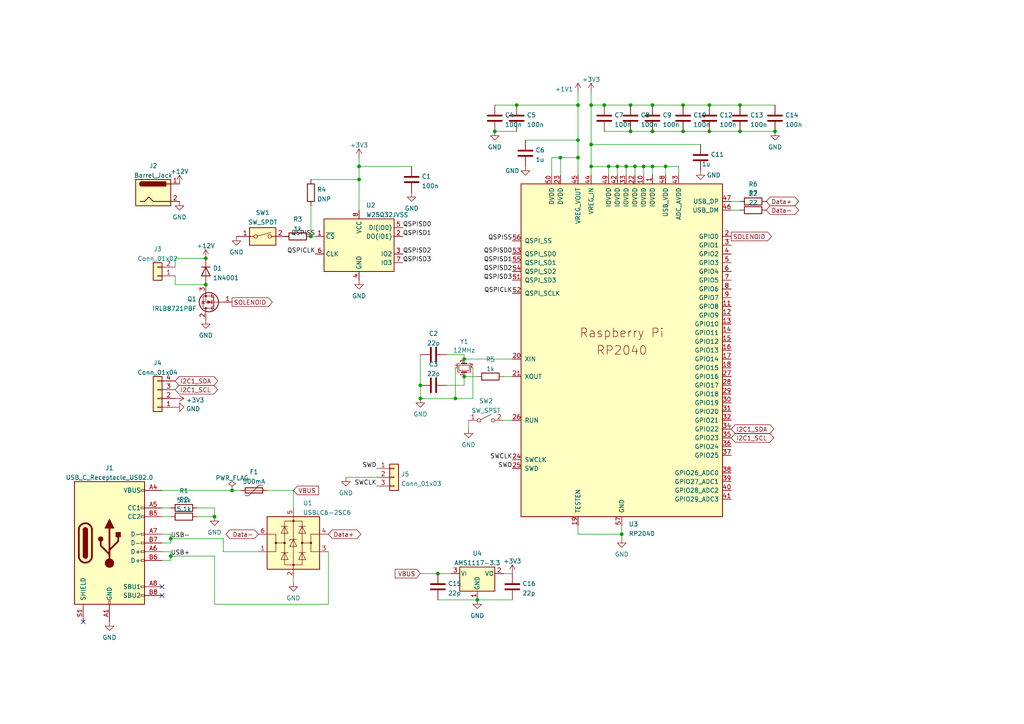
<source format=kicad_sch>
(kicad_sch (version 20211123) (generator eeschema)
  (paper "A4")
  (lib_symbols
    (symbol "Connector:Barrel_Jack" (pin_names (offset 1.016))
      (property "Reference" "J" (at 0 5.334 0))
      (property "Value" "Barrel_Jack" (at 0 -5.08 0))
      (symbol "Barrel_Jack_0_1"
        (rectangle (start -5.08 3.81) (end 5.08 -3.81) (stroke (width 0.254)) (fill (type background)))
        (arc (start -3.302 3.175) (mid -3.937 2.54) (end -3.302 1.905) (stroke (width 0.254)))
        (arc (start -3.302 3.175) (mid -3.937 2.54) (end -3.302 1.905) (stroke (width 0.254)) (fill (type outline)))
        (polyline (pts (xy 5.08 2.54) (xy 3.81 2.54)) (stroke (width 0.254)))
        (polyline (pts (xy -3.81 -2.54) (xy -2.54 -2.54) (xy -1.27 -1.27) (xy 0 -2.54) (xy 2.54 -2.54) (xy 5.08 -2.54)) (stroke (width 0.254)))
        (rectangle (start 3.683 3.175) (end -3.302 1.905) (stroke (width 0.254)) (fill (type outline)))
      )
      (symbol "Barrel_Jack_1_1"
        (pin passive line (at 7.62 2.54 180) (length 2.54) (name "~") (number "1"))
        (pin passive line (at 7.62 -2.54 180) (length 2.54) (name "~") (number "2"))
      )
    )
    (symbol "Connector:USB_C_Receptacle_USB2.0" (pin_names (offset 1.016))
      (property "Reference" "J" (at -10.16 19.05 0))
      (property "Value" "USB_C_Receptacle_USB2.0" (at 19.05 19.05 0))
      (symbol "USB_C_Receptacle_USB2.0_0_0"
        (rectangle (start -0.254 -17.78) (end 0.254 -16.764))
        (rectangle (start 10.16 -14.986) (end 9.144 -15.494))
        (rectangle (start 10.16 -12.446) (end 9.144 -12.954))
        (rectangle (start 10.16 -4.826) (end 9.144 -5.334))
        (rectangle (start 10.16 -2.286) (end 9.144 -2.794))
        (rectangle (start 10.16 0.254) (end 9.144 -0.254))
        (rectangle (start 10.16 2.794) (end 9.144 2.286))
        (rectangle (start 10.16 7.874) (end 9.144 7.366))
        (rectangle (start 10.16 10.414) (end 9.144 9.906))
        (rectangle (start 10.16 15.494) (end 9.144 14.986))
      )
      (symbol "USB_C_Receptacle_USB2.0_0_1"
        (rectangle (start -10.16 17.78) (end 10.16 -17.78) (stroke (width 0.254)) (fill (type background)))
        (arc (start -8.89 -3.81) (mid -6.985 -5.715) (end -5.08 -3.81) (stroke (width 0.508)))
        (arc (start -7.62 -3.81) (mid -6.985 -4.445) (end -6.35 -3.81) (stroke (width 0.254)))
        (arc (start -7.62 -3.81) (mid -6.985 -4.445) (end -6.35 -3.81) (stroke (width 0.254)) (fill (type outline)))
        (rectangle (start -7.62 -3.81) (end -6.35 3.81) (stroke (width 0.254)) (fill (type outline)))
        (arc (start -6.35 3.81) (mid -6.985 4.445) (end -7.62 3.81) (stroke (width 0.254)))
        (arc (start -6.35 3.81) (mid -6.985 4.445) (end -7.62 3.81) (stroke (width 0.254)) (fill (type outline)))
        (arc (start -5.08 3.81) (mid -6.985 5.715) (end -8.89 3.81) (stroke (width 0.508)))
        (circle (center -2.54 1.143) (radius 0.635) (stroke (width 0.254)) (fill (type outline)))
        (circle (center 0 -5.842) (radius 1.27) (fill (type outline)))
        (polyline (pts (xy -8.89 -3.81) (xy -8.89 3.81)) (stroke (width 0.508)))
        (polyline (pts (xy -5.08 3.81) (xy -5.08 -3.81)) (stroke (width 0.508)))
        (polyline (pts (xy 0 -5.842) (xy 0 4.318)) (stroke (width 0.508)))
        (polyline (pts (xy 0 -3.302) (xy -2.54 -0.762) (xy -2.54 0.508)) (stroke (width 0.508)))
        (polyline (pts (xy 0 -2.032) (xy 2.54 0.508) (xy 2.54 1.778)) (stroke (width 0.508)))
        (polyline (pts (xy -1.27 4.318) (xy 0 6.858) (xy 1.27 4.318) (xy -1.27 4.318)) (stroke (width 0.254)) (fill (type outline)))
        (rectangle (start 1.905 1.778) (end 3.175 3.048) (stroke (width 0.254)) (fill (type outline)))
      )
      (symbol "USB_C_Receptacle_USB2.0_1_1"
        (pin passive line (at 0 -22.86 90) (length 5.08) (name "GND") (number "A1"))
        (pin passive line (at 0 -22.86 90) (length 5.08) hide (name "GND") (number "A12"))
        (pin passive line (at 15.24 15.24 180) (length 5.08) (name "VBUS") (number "A4"))
        (pin bidirectional line (at 15.24 10.16 180) (length 5.08) (name "CC1") (number "A5"))
        (pin bidirectional line (at 15.24 -2.54 180) (length 5.08) (name "D+") (number "A6"))
        (pin bidirectional line (at 15.24 2.54 180) (length 5.08) (name "D-") (number "A7"))
        (pin bidirectional line (at 15.24 -12.7 180) (length 5.08) (name "SBU1") (number "A8"))
        (pin passive line (at 15.24 15.24 180) (length 5.08) hide (name "VBUS") (number "A9"))
        (pin passive line (at 0 -22.86 90) (length 5.08) hide (name "GND") (number "B1"))
        (pin passive line (at 0 -22.86 90) (length 5.08) hide (name "GND") (number "B12"))
        (pin passive line (at 15.24 15.24 180) (length 5.08) hide (name "VBUS") (number "B4"))
        (pin bidirectional line (at 15.24 7.62 180) (length 5.08) (name "CC2") (number "B5"))
        (pin bidirectional line (at 15.24 -5.08 180) (length 5.08) (name "D+") (number "B6"))
        (pin bidirectional line (at 15.24 0 180) (length 5.08) (name "D-") (number "B7"))
        (pin bidirectional line (at 15.24 -15.24 180) (length 5.08) (name "SBU2") (number "B8"))
        (pin passive line (at 15.24 15.24 180) (length 5.08) hide (name "VBUS") (number "B9"))
        (pin passive line (at -7.62 -22.86 90) (length 5.08) (name "SHIELD") (number "S1"))
      )
    )
    (symbol "Connector_Generic:Conn_01x02" (pin_names (offset 1.016) hide)
      (property "Reference" "J" (at 0 2.54 0))
      (property "Value" "Conn_01x02" (at 0 -5.08 0))
      (symbol "Conn_01x02_1_1"
        (rectangle (start -1.27 -2.413) (end 0 -2.667) (stroke (width 0.1524)))
        (rectangle (start -1.27 0.127) (end 0 -0.127) (stroke (width 0.1524)))
        (rectangle (start -1.27 1.27) (end 1.27 -3.81) (stroke (width 0.254)) (fill (type background)))
        (pin passive line (at -5.08 0 0) (length 3.81) (name "Pin_1") (number "1"))
        (pin passive line (at -5.08 -2.54 0) (length 3.81) (name "Pin_2") (number "2"))
      )
    )
    (symbol "Connector_Generic:Conn_01x03" (pin_names (offset 1.016) hide)
      (property "Reference" "J" (at 0 5.08 0))
      (property "Value" "Conn_01x03" (at 0 -5.08 0))
      (symbol "Conn_01x03_1_1"
        (rectangle (start -1.27 -2.413) (end 0 -2.667) (stroke (width 0.1524)))
        (rectangle (start -1.27 0.127) (end 0 -0.127) (stroke (width 0.1524)))
        (rectangle (start -1.27 2.667) (end 0 2.413) (stroke (width 0.1524)))
        (rectangle (start -1.27 3.81) (end 1.27 -3.81) (stroke (width 0.254)) (fill (type background)))
        (pin passive line (at -5.08 2.54 0) (length 3.81) (name "Pin_1") (number "1"))
        (pin passive line (at -5.08 0 0) (length 3.81) (name "Pin_2") (number "2"))
        (pin passive line (at -5.08 -2.54 0) (length 3.81) (name "Pin_3") (number "3"))
      )
    )
    (symbol "Connector_Generic:Conn_01x04" (pin_names (offset 1.016) hide)
      (property "Reference" "J" (at 0 5.08 0))
      (property "Value" "Conn_01x04" (at 0 -7.62 0))
      (symbol "Conn_01x04_1_1"
        (rectangle (start -1.27 -4.953) (end 0 -5.207) (stroke (width 0.1524)))
        (rectangle (start -1.27 -2.413) (end 0 -2.667) (stroke (width 0.1524)))
        (rectangle (start -1.27 0.127) (end 0 -0.127) (stroke (width 0.1524)))
        (rectangle (start -1.27 2.667) (end 0 2.413) (stroke (width 0.1524)))
        (rectangle (start -1.27 3.81) (end 1.27 -6.35) (stroke (width 0.254)) (fill (type background)))
        (pin passive line (at -5.08 2.54 0) (length 3.81) (name "Pin_1") (number "1"))
        (pin passive line (at -5.08 0 0) (length 3.81) (name "Pin_2") (number "2"))
        (pin passive line (at -5.08 -2.54 0) (length 3.81) (name "Pin_3") (number "3"))
        (pin passive line (at -5.08 -5.08 0) (length 3.81) (name "Pin_4") (number "4"))
      )
    )
    (symbol "Device:C" (pin_numbers hide) (pin_names (offset 0.254))
      (property "Reference" "C" (at 0.635 2.54 0))
      (property "Value" "C" (at 0.635 -2.54 0))
      (symbol "C_0_1"
        (polyline (pts (xy -2.032 -0.762) (xy 2.032 -0.762)) (stroke (width 0.508)))
        (polyline (pts (xy -2.032 0.762) (xy 2.032 0.762)) (stroke (width 0.508)))
      )
      (symbol "C_1_1"
        (pin passive line (at 0 3.81 270) (length 2.794) (name "~") (number "1"))
        (pin passive line (at 0 -3.81 90) (length 2.794) (name "~") (number "2"))
      )
    )
    (symbol "Device:Crystal_GND24_Small" (pin_names (offset 1.016) hide)
      (property "Reference" "Y" (at 1.27 4.445 0))
      (property "Value" "Crystal_GND24_Small" (at 1.27 2.54 0))
      (symbol "Crystal_GND24_Small_0_1"
        (rectangle (start -0.762 -1.524) (end 0.762 1.524))
        (polyline (pts (xy -1.27 -0.762) (xy -1.27 0.762)) (stroke (width 0.381)))
        (polyline (pts (xy 1.27 -0.762) (xy 1.27 0.762)) (stroke (width 0.381)))
        (polyline (pts (xy -1.27 -1.27) (xy -1.27 -1.905) (xy 1.27 -1.905) (xy 1.27 -1.27)))
        (polyline (pts (xy -1.27 1.27) (xy -1.27 1.905) (xy 1.27 1.905) (xy 1.27 1.27)))
      )
      (symbol "Crystal_GND24_Small_1_1"
        (pin passive line (at -2.54 0 0) (length 1.27) (name "1") (number "1"))
        (pin passive line (at 0 -2.54 90) (length 0.635) (name "2") (number "2"))
        (pin passive line (at 2.54 0 180) (length 1.27) (name "3") (number "3"))
        (pin passive line (at 0 2.54 270) (length 0.635) (name "4") (number "4"))
      )
    )
    (symbol "Device:Polyfuse" (pin_numbers hide) (pin_names (offset 0))
      (property "Reference" "F" (at -2.54 0 90))
      (property "Value" "Polyfuse" (at 2.54 0 90))
      (symbol "Polyfuse_0_1"
        (rectangle (start -0.762 2.54) (end 0.762 -2.54) (stroke (width 0.254)))
        (polyline (pts (xy 0 2.54) (xy 0 -2.54)))
        (polyline (pts (xy -1.524 2.54) (xy -1.524 1.524) (xy 1.524 -1.524) (xy 1.524 -2.54)))
      )
      (symbol "Polyfuse_1_1"
        (pin passive line (at 0 3.81 270) (length 1.27) (name "~") (number "1"))
        (pin passive line (at 0 -3.81 90) (length 1.27) (name "~") (number "2"))
      )
    )
    (symbol "Device:R" (pin_numbers hide) (pin_names (offset 0))
      (property "Reference" "R" (at 2.032 0 90))
      (property "Value" "R" (at 0 0 90))
      (symbol "R_0_1"
        (rectangle (start -1.016 -2.54) (end 1.016 2.54) (stroke (width 0.254)))
      )
      (symbol "R_1_1"
        (pin passive line (at 0 3.81 270) (length 1.27) (name "~") (number "1"))
        (pin passive line (at 0 -3.81 90) (length 1.27) (name "~") (number "2"))
      )
    )
    (symbol "Diode:1N4001" (pin_numbers hide) (pin_names (offset 1.016) hide)
      (property "Reference" "D" (at 0 2.54 0))
      (property "Value" "1N4001" (at 0 -2.54 0))
      (symbol "1N4001_0_1"
        (polyline (pts (xy -1.27 1.27) (xy -1.27 -1.27)) (stroke (width 0.254)))
        (polyline (pts (xy 1.27 0) (xy -1.27 0)))
        (polyline (pts (xy 1.27 1.27) (xy 1.27 -1.27) (xy -1.27 0) (xy 1.27 1.27)) (stroke (width 0.254)))
      )
      (symbol "1N4001_1_1"
        (pin passive line (at -3.81 0 0) (length 2.54) (name "K") (number "1"))
        (pin passive line (at 3.81 0 180) (length 2.54) (name "A") (number "2"))
      )
    )
    (symbol "Memory_Flash:W25Q32JVSS"
      (property "Reference" "U" (at -8.89 8.89 0))
      (property "Value" "W25Q32JVSS" (at 7.62 8.89 0))
      (symbol "W25Q32JVSS_0_1"
        (rectangle (start -10.16 7.62) (end 10.16 -7.62) (stroke (width 0.254)) (fill (type background)))
      )
      (symbol "W25Q32JVSS_1_1"
        (pin input line (at -12.7 2.54 0) (length 2.54) (name "~{CS}") (number "1"))
        (pin bidirectional line (at 12.7 2.54 180) (length 2.54) (name "DO(IO1)") (number "2"))
        (pin bidirectional line (at 12.7 -2.54 180) (length 2.54) (name "IO2") (number "3"))
        (pin power_in line (at 0 -10.16 90) (length 2.54) (name "GND") (number "4"))
        (pin bidirectional line (at 12.7 5.08 180) (length 2.54) (name "DI(IO0)") (number "5"))
        (pin input line (at -12.7 -2.54 0) (length 2.54) (name "CLK") (number "6"))
        (pin bidirectional line (at 12.7 -5.08 180) (length 2.54) (name "IO3") (number "7"))
        (pin power_in line (at 0 10.16 270) (length 2.54) (name "VCC") (number "8"))
      )
    )
    (symbol "Power_Protection:USBLC6-2SC6" (pin_names hide)
      (property "Reference" "U" (at 2.54 8.89 0))
      (property "Value" "USBLC6-2SC6" (at 2.54 -8.89 0))
      (symbol "USBLC6-2SC6_0_1"
        (rectangle (start -7.62 -7.62) (end 7.62 7.62) (stroke (width 0.254)) (fill (type background)))
        (circle (center -5.08 0) (radius 0.254) (fill (type outline)))
        (circle (center -2.54 0) (radius 0.254) (fill (type outline)))
        (rectangle (start -2.54 6.35) (end 2.54 -6.35))
        (circle (center 0 -6.35) (radius 0.254) (fill (type outline)))
        (polyline (pts (xy -5.08 -2.54) (xy -7.62 -2.54)))
        (polyline (pts (xy -5.08 0) (xy -5.08 -2.54)))
        (polyline (pts (xy -5.08 2.54) (xy -7.62 2.54)))
        (polyline (pts (xy -1.524 -2.794) (xy -3.556 -2.794)))
        (polyline (pts (xy -1.524 4.826) (xy -3.556 4.826)))
        (polyline (pts (xy 0 -7.62) (xy 0 -6.35)))
        (polyline (pts (xy 0 -6.35) (xy 0 1.27)))
        (polyline (pts (xy 0 1.27) (xy 0 6.35)))
        (polyline (pts (xy 0 6.35) (xy 0 7.62)))
        (polyline (pts (xy 1.524 -2.794) (xy 3.556 -2.794)))
        (polyline (pts (xy 1.524 4.826) (xy 3.556 4.826)))
        (polyline (pts (xy 5.08 -2.54) (xy 7.62 -2.54)))
        (polyline (pts (xy 5.08 0) (xy 5.08 -2.54)))
        (polyline (pts (xy 5.08 2.54) (xy 7.62 2.54)))
        (polyline (pts (xy -2.54 0) (xy -5.08 0) (xy -5.08 2.54)))
        (polyline (pts (xy 2.54 0) (xy 5.08 0) (xy 5.08 2.54)))
        (polyline (pts (xy -3.556 -4.826) (xy -1.524 -4.826) (xy -2.54 -2.794) (xy -3.556 -4.826)))
        (polyline (pts (xy -3.556 2.794) (xy -1.524 2.794) (xy -2.54 4.826) (xy -3.556 2.794)))
        (polyline (pts (xy -1.016 -1.016) (xy 1.016 -1.016) (xy 0 1.016) (xy -1.016 -1.016)))
        (polyline (pts (xy 1.016 1.016) (xy 0.762 1.016) (xy -1.016 1.016) (xy -1.016 0.508)))
        (polyline (pts (xy 3.556 -4.826) (xy 1.524 -4.826) (xy 2.54 -2.794) (xy 3.556 -4.826)))
        (polyline (pts (xy 3.556 2.794) (xy 1.524 2.794) (xy 2.54 4.826) (xy 3.556 2.794)))
        (circle (center 0 6.35) (radius 0.254) (fill (type outline)))
        (circle (center 2.54 0) (radius 0.254) (fill (type outline)))
        (circle (center 5.08 0) (radius 0.254) (fill (type outline)))
      )
      (symbol "USBLC6-2SC6_1_1"
        (pin passive line (at -10.16 -2.54 0) (length 2.54) (name "I/O1") (number "1"))
        (pin passive line (at 0 -10.16 90) (length 2.54) (name "GND") (number "2"))
        (pin passive line (at 10.16 -2.54 180) (length 2.54) (name "I/O2") (number "3"))
        (pin passive line (at 10.16 2.54 180) (length 2.54) (name "I/O2") (number "4"))
        (pin passive line (at 0 10.16 270) (length 2.54) (name "VBUS") (number "5"))
        (pin passive line (at -10.16 2.54 0) (length 2.54) (name "I/O1") (number "6"))
      )
    )
    (symbol "RP2040:RP2040" (pin_names (offset 1.016))
      (property "Reference" "U" (at -29.21 49.53 0))
      (property "Value" "RP2040" (at 24.13 -49.53 0))
      (symbol "RP2040_0_0"
        (text "Raspberry Pi" (at 0 5.08 0) (effects (font (size 2.54 2.54))))
        (text "RP2040" (at 0 0 0) (effects (font (size 2.54 2.54))))
      )
      (symbol "RP2040_0_1"
        (rectangle (start 29.21 48.26) (end -29.21 -48.26) (stroke (width 0.254)) (fill (type background)))
      )
      (symbol "RP2040_1_1"
        (pin power_in line (at 8.89 50.8 270) (length 2.54) (name "IOVDD") (number "1"))
        (pin power_in line (at 6.35 50.8 270) (length 2.54) (name "IOVDD") (number "10"))
        (pin bidirectional line (at 31.75 12.7 180) (length 2.54) (name "GPIO8") (number "11"))
        (pin bidirectional line (at 31.75 10.16 180) (length 2.54) (name "GPIO9") (number "12"))
        (pin bidirectional line (at 31.75 7.62 180) (length 2.54) (name "GPIO10") (number "13"))
        (pin bidirectional line (at 31.75 5.08 180) (length 2.54) (name "GPIO11") (number "14"))
        (pin bidirectional line (at 31.75 2.54 180) (length 2.54) (name "GPIO12") (number "15"))
        (pin bidirectional line (at 31.75 0 180) (length 2.54) (name "GPIO13") (number "16"))
        (pin bidirectional line (at 31.75 -2.54 180) (length 2.54) (name "GPIO14") (number "17"))
        (pin bidirectional line (at 31.75 -5.08 180) (length 2.54) (name "GPIO15") (number "18"))
        (pin passive line (at -12.7 -50.8 90) (length 2.54) (name "TESTEN") (number "19"))
        (pin bidirectional line (at 31.75 33.02 180) (length 2.54) (name "GPIO0") (number "2"))
        (pin input line (at -31.75 -2.54 0) (length 2.54) (name "XIN") (number "20"))
        (pin passive line (at -31.75 -7.62 0) (length 2.54) (name "XOUT") (number "21"))
        (pin power_in line (at 3.81 50.8 270) (length 2.54) (name "IOVDD") (number "22"))
        (pin power_in line (at -17.78 50.8 270) (length 2.54) (name "DVDD") (number "23"))
        (pin output line (at -31.75 -31.75 0) (length 2.54) (name "SWCLK") (number "24"))
        (pin bidirectional line (at -31.75 -34.29 0) (length 2.54) (name "SWD") (number "25"))
        (pin input line (at -31.75 -20.32 0) (length 2.54) (name "RUN") (number "26"))
        (pin bidirectional line (at 31.75 -7.62 180) (length 2.54) (name "GPIO16") (number "27"))
        (pin bidirectional line (at 31.75 -10.16 180) (length 2.54) (name "GPIO17") (number "28"))
        (pin bidirectional line (at 31.75 -12.7 180) (length 2.54) (name "GPIO18") (number "29"))
        (pin bidirectional line (at 31.75 30.48 180) (length 2.54) (name "GPIO1") (number "3"))
        (pin bidirectional line (at 31.75 -15.24 180) (length 2.54) (name "GPIO19") (number "30"))
        (pin bidirectional line (at 31.75 -17.78 180) (length 2.54) (name "GPIO20") (number "31"))
        (pin bidirectional line (at 31.75 -20.32 180) (length 2.54) (name "GPIO21") (number "32"))
        (pin power_in line (at 1.27 50.8 270) (length 2.54) (name "IOVDD") (number "33"))
        (pin bidirectional line (at 31.75 -22.86 180) (length 2.54) (name "GPIO22") (number "34"))
        (pin bidirectional line (at 31.75 -25.4 180) (length 2.54) (name "GPIO23") (number "35"))
        (pin bidirectional line (at 31.75 -27.94 180) (length 2.54) (name "GPIO24") (number "36"))
        (pin bidirectional line (at 31.75 -30.48 180) (length 2.54) (name "GPIO25") (number "37"))
        (pin bidirectional line (at 31.75 -35.56 180) (length 2.54) (name "GPIO26_ADC0") (number "38"))
        (pin bidirectional line (at 31.75 -38.1 180) (length 2.54) (name "GPIO27_ADC1") (number "39"))
        (pin bidirectional line (at 31.75 27.94 180) (length 2.54) (name "GPIO2") (number "4"))
        (pin bidirectional line (at 31.75 -40.64 180) (length 2.54) (name "GPIO28_ADC2") (number "40"))
        (pin bidirectional line (at 31.75 -43.18 180) (length 2.54) (name "GPIO29_ADC3") (number "41"))
        (pin power_in line (at -1.27 50.8 270) (length 2.54) (name "IOVDD") (number "42"))
        (pin power_in line (at 16.51 50.8 270) (length 2.54) (name "ADC_AVDD") (number "43"))
        (pin power_in line (at -8.89 50.8 270) (length 2.54) (name "VREG_IN") (number "44"))
        (pin power_out line (at -12.7 50.8 270) (length 2.54) (name "VREG_VOUT") (number "45"))
        (pin bidirectional line (at 31.75 40.64 180) (length 2.54) (name "USB_DM") (number "46"))
        (pin bidirectional line (at 31.75 43.18 180) (length 2.54) (name "USB_DP") (number "47"))
        (pin power_in line (at 12.7 50.8 270) (length 2.54) (name "USB_VDD") (number "48"))
        (pin power_in line (at -3.81 50.8 270) (length 2.54) (name "IOVDD") (number "49"))
        (pin bidirectional line (at 31.75 25.4 180) (length 2.54) (name "GPIO3") (number "5"))
        (pin power_in line (at -20.32 50.8 270) (length 2.54) (name "DVDD") (number "50"))
        (pin bidirectional line (at -31.75 20.32 0) (length 2.54) (name "QSPI_SD3") (number "51"))
        (pin output line (at -31.75 16.51 0) (length 2.54) (name "QSPI_SCLK") (number "52"))
        (pin bidirectional line (at -31.75 27.94 0) (length 2.54) (name "QSPI_SD0") (number "53"))
        (pin bidirectional line (at -31.75 22.86 0) (length 2.54) (name "QSPI_SD2") (number "54"))
        (pin bidirectional line (at -31.75 25.4 0) (length 2.54) (name "QSPI_SD1") (number "55"))
        (pin bidirectional line (at -31.75 31.75 0) (length 2.54) (name "QSPI_SS") (number "56"))
        (pin power_in line (at 0 -50.8 90) (length 2.54) (name "GND") (number "57"))
        (pin bidirectional line (at 31.75 22.86 180) (length 2.54) (name "GPIO4") (number "6"))
        (pin bidirectional line (at 31.75 20.32 180) (length 2.54) (name "GPIO5") (number "7"))
        (pin bidirectional line (at 31.75 17.78 180) (length 2.54) (name "GPIO6") (number "8"))
        (pin bidirectional line (at 31.75 15.24 180) (length 2.54) (name "GPIO7") (number "9"))
      )
    )
    (symbol "Regulator_Linear:AMS1117-3.3" (pin_names (offset 0.254))
      (property "Reference" "U" (at -3.81 3.175 0))
      (property "Value" "AMS1117-3.3" (at 0 3.175 0))
      (symbol "AMS1117-3.3_0_1"
        (rectangle (start -5.08 -5.08) (end 5.08 1.905) (stroke (width 0.254)) (fill (type background)))
      )
      (symbol "AMS1117-3.3_1_1"
        (pin power_in line (at 0 -7.62 90) (length 2.54) (name "GND") (number "1"))
        (pin power_out line (at 7.62 0 180) (length 2.54) (name "VO") (number "2"))
        (pin power_in line (at -7.62 0 0) (length 2.54) (name "VI") (number "3"))
      )
    )
    (symbol "Switch:SW_DIP_x01" (pin_names (offset 0) hide)
      (property "Reference" "SW" (at 0 3.81 0))
      (property "Value" "SW_DIP_x01" (at 0 -3.81 0))
      (symbol "SW_DIP_x01_0_0"
        (circle (center -2.032 0) (radius 0.508))
        (polyline (pts (xy -1.524 0.127) (xy 2.3622 1.1684)))
        (circle (center 2.032 0) (radius 0.508))
      )
      (symbol "SW_DIP_x01_0_1"
        (rectangle (start -3.81 2.54) (end 3.81 -2.54) (stroke (width 0.254)) (fill (type background)))
      )
      (symbol "SW_DIP_x01_1_1"
        (pin passive line (at -7.62 0 0) (length 5.08) (name "~") (number "1"))
        (pin passive line (at 7.62 0 180) (length 5.08) (name "~") (number "2"))
      )
    )
    (symbol "Switch:SW_SPST" (pin_names (offset 0) hide)
      (property "Reference" "SW" (at 0 3.175 0))
      (property "Value" "SW_SPST" (at 0 -2.54 0))
      (symbol "SW_SPST_0_0"
        (circle (center -2.032 0) (radius 0.508))
        (polyline (pts (xy -1.524 0.254) (xy 1.524 1.778)))
        (circle (center 2.032 0) (radius 0.508))
      )
      (symbol "SW_SPST_1_1"
        (pin passive line (at -5.08 0 0) (length 2.54) (name "A") (number "1"))
        (pin passive line (at 5.08 0 180) (length 2.54) (name "B") (number "2"))
      )
    )
    (symbol "Transistor_FET:IRLB8721PBF" (pin_names hide)
      (property "Reference" "Q" (at 6.35 1.905 0))
      (property "Value" "IRLB8721PBF" (at 6.35 0 0))
      (symbol "IRLB8721PBF_0_1"
        (polyline (pts (xy 0.254 0) (xy -2.54 0)))
        (polyline (pts (xy 0.254 1.905) (xy 0.254 -1.905)) (stroke (width 0.254)))
        (polyline (pts (xy 0.762 -1.27) (xy 0.762 -2.286)) (stroke (width 0.254)))
        (polyline (pts (xy 0.762 0.508) (xy 0.762 -0.508)) (stroke (width 0.254)))
        (polyline (pts (xy 0.762 2.286) (xy 0.762 1.27)) (stroke (width 0.254)))
        (polyline (pts (xy 2.54 2.54) (xy 2.54 1.778)))
        (polyline (pts (xy 2.54 -2.54) (xy 2.54 0) (xy 0.762 0)))
        (polyline (pts (xy 0.762 -1.778) (xy 3.302 -1.778) (xy 3.302 1.778) (xy 0.762 1.778)))
        (polyline (pts (xy 1.016 0) (xy 2.032 0.381) (xy 2.032 -0.381) (xy 1.016 0)) (fill (type outline)))
        (polyline (pts (xy 2.794 0.508) (xy 2.921 0.381) (xy 3.683 0.381) (xy 3.81 0.254)))
        (polyline (pts (xy 3.302 0.381) (xy 2.921 -0.254) (xy 3.683 -0.254) (xy 3.302 0.381)))
        (circle (center 1.651 0) (radius 2.794) (stroke (width 0.254)))
        (circle (center 2.54 -1.778) (radius 0.254) (fill (type outline)))
        (circle (center 2.54 1.778) (radius 0.254) (fill (type outline)))
      )
      (symbol "IRLB8721PBF_1_1"
        (pin input line (at -5.08 0 0) (length 2.54) (name "G") (number "1"))
        (pin passive line (at 2.54 5.08 270) (length 2.54) (name "D") (number "2"))
        (pin passive line (at 2.54 -5.08 90) (length 2.54) (name "S") (number "3"))
      )
    )
    (symbol "power:+12V" (power) (pin_names (offset 0))
      (property "Value" "+12V" (at 0 3.556 0))
      (symbol "+12V_0_1"
        (polyline (pts (xy -0.762 1.27) (xy 0 2.54)))
        (polyline (pts (xy 0 0) (xy 0 2.54)))
        (polyline (pts (xy 0 2.54) (xy 0.762 1.27)))
      )
      (symbol "+12V_1_1"
        (pin power_in line (at 0 0 90) (length 0) hide (name "+12V") (number "1"))
      )
    )
    (symbol "power:+1V1" (power) (pin_names (offset 0))
      (property "Value" "+1V1" (at 0 3.556 0))
      (symbol "+1V1_0_1"
        (polyline (pts (xy -0.762 1.27) (xy 0 2.54)))
        (polyline (pts (xy 0 0) (xy 0 2.54)))
        (polyline (pts (xy 0 2.54) (xy 0.762 1.27)))
      )
      (symbol "+1V1_1_1"
        (pin power_in line (at 0 0 90) (length 0) hide (name "+1V1") (number "1"))
      )
    )
    (symbol "power:+3.3V" (power) (pin_names (offset 0))
      (property "Value" "+3.3V" (at 0 3.556 0))
      (symbol "+3.3V_0_1"
        (polyline (pts (xy -0.762 1.27) (xy 0 2.54)))
        (polyline (pts (xy 0 0) (xy 0 2.54)))
        (polyline (pts (xy 0 2.54) (xy 0.762 1.27)))
      )
      (symbol "+3.3V_1_1"
        (pin power_in line (at 0 0 90) (length 0) hide (name "+3V3") (number "1"))
      )
    )
    (symbol "power:GND" (power) (pin_names (offset 0))
      (property "Value" "GND" (at 0 -3.81 0))
      (symbol "GND_0_1"
        (polyline (pts (xy 0 0) (xy 0 -1.27) (xy 1.27 -1.27) (xy 0 -2.54) (xy -1.27 -1.27) (xy 0 -1.27)))
      )
      (symbol "GND_1_1"
        (pin power_in line (at 0 0 270) (length 0) hide (name "GND") (number "1"))
      )
    )
    (symbol "power:PWR_FLAG" (power) (pin_numbers hide) (pin_names (offset 0) hide)
      (property "Value" "PWR_FLAG" (at 0 3.81 0))
      (symbol "PWR_FLAG_0_0"
        (pin power_out line (at 0 0 90) (length 0) (name "pwr") (number "1"))
      )
      (symbol "PWR_FLAG_0_1"
        (polyline (pts (xy 0 0) (xy 0 1.27) (xy -1.016 1.905) (xy 0 2.54) (xy 1.016 1.905) (xy 0 1.27)))
      )
    )
  )
  (junction (at 143.51 38.1))
  (junction (at 189.23 48.26))
  (junction (at 171.45 30.48))
  (junction (at 67.31 142.24))
  (junction (at 134.62 109.22))
  (junction (at 121.92 115.57))
  (junction (at 189.23 30.48))
  (junction (at 175.26 30.48))
  (junction (at 181.61 48.26))
  (junction (at 224.79 38.1))
  (junction (at 127 166.37))
  (junction (at 134.62 104.14))
  (junction (at 59.69 74.93))
  (junction (at 182.88 38.1))
  (junction (at 193.04 48.26))
  (junction (at 176.53 48.26))
  (junction (at 171.45 41.91))
  (junction (at 167.64 30.48))
  (junction (at 104.14 52.07))
  (junction (at 179.07 48.26))
  (junction (at 184.15 48.26))
  (junction (at 167.64 40.64))
  (junction (at 205.74 38.1))
  (junction (at 189.23 38.1))
  (junction (at 186.69 48.26))
  (junction (at 214.63 38.1))
  (junction (at 205.74 30.48))
  (junction (at 59.69 82.55))
  (junction (at 104.14 48.26))
  (junction (at 121.92 111.76))
  (junction (at 162.56 45.72))
  (junction (at 167.64 45.72))
  (junction (at 214.63 30.48))
  (junction (at 198.12 30.48))
  (junction (at 180.34 154.94))
  (junction (at 90.17 68.58))
  (junction (at 171.45 48.26))
  (junction (at 49.53 156.21))
  (junction (at 198.12 38.1))
  (junction (at 132.08 115.57))
  (junction (at 49.53 161.29))
  (junction (at 138.43 173.99))
  (junction (at 62.23 149.86))
  (junction (at 149.86 30.48))
  (junction (at 182.88 30.48))
  (no_connect (at 46.99 170.18))
  (no_connect (at 46.99 172.72))
  (no_connect (at 24.13 180.34))
  (wire (pts (xy 212.09 60.96) (xy 214.63 60.96)))
  (wire (pts (xy 46.99 160.02) (xy 49.53 160.02)))
  (wire (pts (xy 59.69 74.93) (xy 50.8 74.93)))
  (wire (pts (xy 175.26 38.1) (xy 182.88 38.1)))
  (wire (pts (xy 189.23 30.48) (xy 198.12 30.48)))
  (wire (pts (xy 182.88 38.1) (xy 189.23 38.1)))
  (wire (pts (xy 85.09 142.24) (xy 85.09 147.32)))
  (wire (pts (xy 121.92 111.76) (xy 121.92 115.57)))
  (wire (pts (xy 184.15 48.26) (xy 184.15 50.8)))
  (wire (pts (xy 134.62 109.22) (xy 138.43 109.22)))
  (wire (pts (xy 132.08 106.68) (xy 132.08 115.57)))
  (wire (pts (xy 143.51 30.48) (xy 149.86 30.48)))
  (wire (pts (xy 46.99 142.24) (xy 67.31 142.24)))
  (wire (pts (xy 64.77 160.02) (xy 64.77 156.21)))
  (wire (pts (xy 149.86 30.48) (xy 167.64 30.48)))
  (wire (pts (xy 171.45 30.48) (xy 171.45 41.91)))
  (wire (pts (xy 57.15 147.32) (xy 62.23 147.32)))
  (wire (pts (xy 49.53 160.02) (xy 49.53 161.29)))
  (wire (pts (xy 132.08 115.57) (xy 121.92 115.57)))
  (wire (pts (xy 46.99 154.94) (xy 49.53 154.94)))
  (wire (pts (xy 137.16 115.57) (xy 132.08 115.57)))
  (wire (pts (xy 146.05 109.22) (xy 148.59 109.22)))
  (wire (pts (xy 67.31 142.24) (xy 69.85 142.24)))
  (wire (pts (xy 62.23 175.26) (xy 62.23 161.29)))
  (wire (pts (xy 49.53 156.21) (xy 49.53 157.48)))
  (wire (pts (xy 179.07 48.26) (xy 181.61 48.26)))
  (wire (pts (xy 146.05 121.92) (xy 148.59 121.92)))
  (wire (pts (xy 214.63 30.48) (xy 224.79 30.48)))
  (wire (pts (xy 100.33 138.43) (xy 109.22 138.43)))
  (wire (pts (xy 181.61 48.26) (xy 184.15 48.26)))
  (wire (pts (xy 121.92 102.87) (xy 121.92 111.76)))
  (wire (pts (xy 134.62 104.14) (xy 148.59 104.14)))
  (wire (pts (xy 143.51 38.1) (xy 149.86 38.1)))
  (wire (pts (xy 49.53 154.94) (xy 49.53 156.21)))
  (wire (pts (xy 184.15 48.26) (xy 186.69 48.26)))
  (wire (pts (xy 135.89 121.92) (xy 135.89 124.46)))
  (wire (pts (xy 186.69 48.26) (xy 186.69 50.8)))
  (wire (pts (xy 180.34 154.94) (xy 180.34 156.21)))
  (wire (pts (xy 182.88 30.48) (xy 189.23 30.48)))
  (wire (pts (xy 193.04 48.26) (xy 193.04 50.8)))
  (wire (pts (xy 162.56 45.72) (xy 162.56 50.8)))
  (wire (pts (xy 189.23 38.1) (xy 198.12 38.1)))
  (wire (pts (xy 62.23 161.29) (xy 49.53 161.29)))
  (wire (pts (xy 104.14 48.26) (xy 119.38 48.26)))
  (wire (pts (xy 162.56 45.72) (xy 167.64 45.72)))
  (wire (pts (xy 49.53 157.48) (xy 46.99 157.48)))
  (wire (pts (xy 127 173.99) (xy 138.43 173.99)))
  (wire (pts (xy 176.53 48.26) (xy 176.53 50.8)))
  (wire (pts (xy 127 166.37) (xy 130.81 166.37)))
  (wire (pts (xy 214.63 38.1) (xy 224.79 38.1)))
  (wire (pts (xy 167.64 40.64) (xy 167.64 45.72)))
  (wire (pts (xy 46.99 149.86) (xy 49.53 149.86)))
  (wire (pts (xy 205.74 30.48) (xy 214.63 30.48)))
  (wire (pts (xy 95.25 175.26) (xy 62.23 175.26)))
  (wire (pts (xy 49.53 161.29) (xy 49.53 162.56)))
  (wire (pts (xy 85.09 167.64) (xy 85.09 168.91)))
  (wire (pts (xy 196.85 50.8) (xy 196.85 48.26)))
  (wire (pts (xy 57.15 149.86) (xy 62.23 149.86)))
  (wire (pts (xy 90.17 52.07) (xy 104.14 52.07)))
  (wire (pts (xy 171.45 30.48) (xy 175.26 30.48)))
  (wire (pts (xy 198.12 38.1) (xy 205.74 38.1)))
  (wire (pts (xy 167.64 26.67) (xy 167.64 30.48)))
  (wire (pts (xy 46.99 147.32) (xy 49.53 147.32)))
  (wire (pts (xy 176.53 48.26) (xy 171.45 48.26)))
  (wire (pts (xy 121.92 166.37) (xy 127 166.37)))
  (wire (pts (xy 46.99 162.56) (xy 49.53 162.56)))
  (wire (pts (xy 146.05 166.37) (xy 148.59 166.37)))
  (wire (pts (xy 134.62 104.14) (xy 134.62 102.87)))
  (wire (pts (xy 171.45 48.26) (xy 171.45 50.8)))
  (wire (pts (xy 134.62 111.76) (xy 129.54 111.76)))
  (wire (pts (xy 186.69 48.26) (xy 189.23 48.26)))
  (wire (pts (xy 64.77 156.21) (xy 49.53 156.21)))
  (wire (pts (xy 167.64 152.4) (xy 167.64 154.94)))
  (wire (pts (xy 167.64 154.94) (xy 180.34 154.94)))
  (wire (pts (xy 171.45 26.67) (xy 171.45 30.48)))
  (wire (pts (xy 198.12 30.48) (xy 205.74 30.48)))
  (wire (pts (xy 152.4 40.64) (xy 167.64 40.64)))
  (wire (pts (xy 212.09 58.42) (xy 214.63 58.42)))
  (wire (pts (xy 50.8 82.55) (xy 59.69 82.55)))
  (wire (pts (xy 134.62 109.22) (xy 134.62 111.76)))
  (wire (pts (xy 134.62 102.87) (xy 129.54 102.87)))
  (wire (pts (xy 189.23 48.26) (xy 189.23 50.8)))
  (wire (pts (xy 104.14 45.72) (xy 104.14 48.26)))
  (wire (pts (xy 193.04 48.26) (xy 196.85 48.26)))
  (wire (pts (xy 167.64 30.48) (xy 167.64 40.64)))
  (wire (pts (xy 180.34 152.4) (xy 180.34 154.94)))
  (wire (pts (xy 90.17 68.58) (xy 91.44 68.58)))
  (wire (pts (xy 167.64 45.72) (xy 167.64 50.8)))
  (wire (pts (xy 62.23 147.32) (xy 62.23 149.86)))
  (wire (pts (xy 138.43 173.99) (xy 148.59 173.99)))
  (wire (pts (xy 50.8 80.01) (xy 50.8 82.55)))
  (wire (pts (xy 77.47 142.24) (xy 85.09 142.24)))
  (wire (pts (xy 83.82 68.58) (xy 82.55 68.58)))
  (wire (pts (xy 160.02 50.8) (xy 160.02 45.72)))
  (wire (pts (xy 90.17 59.69) (xy 90.17 68.58)))
  (wire (pts (xy 205.74 38.1) (xy 214.63 38.1)))
  (wire (pts (xy 189.23 48.26) (xy 193.04 48.26)))
  (wire (pts (xy 175.26 30.48) (xy 182.88 30.48)))
  (wire (pts (xy 104.14 52.07) (xy 104.14 60.96)))
  (wire (pts (xy 95.25 160.02) (xy 95.25 175.26)))
  (wire (pts (xy 50.8 74.93) (xy 50.8 77.47)))
  (wire (pts (xy 137.16 106.68) (xy 137.16 115.57)))
  (wire (pts (xy 160.02 45.72) (xy 162.56 45.72)))
  (wire (pts (xy 74.93 160.02) (xy 64.77 160.02)))
  (wire (pts (xy 179.07 48.26) (xy 179.07 50.8)))
  (wire (pts (xy 179.07 48.26) (xy 176.53 48.26)))
  (wire (pts (xy 171.45 41.91) (xy 171.45 48.26)))
  (wire (pts (xy 203.2 41.91) (xy 171.45 41.91)))
  (wire (pts (xy 181.61 50.8) (xy 181.61 48.26)))
  (wire (pts (xy 104.14 48.26) (xy 104.14 52.07)))
  (label "USB+" (at 49.53 161.29 0))
  (label "QSPICLK" (at 91.44 73.66 180))
  (label "QSPISD3" (at 148.59 81.28 180))
  (label "QSPISS" (at 91.44 68.58 180))
  (label "SWD" (at 148.59 135.89 180))
  (label "USB-" (at 49.53 156.21 0))
  (label "QSPISD1" (at 148.59 76.2 180))
  (label "QSPISD0" (at 148.59 73.66 180))
  (label "QSPISD0" (at 116.84 66.04 0))
  (label "QSPISD2" (at 148.59 78.74 180))
  (label "QSPISD1" (at 116.84 68.58 0))
  (label "QSPISS" (at 148.59 69.85 180))
  (label "SWCLK" (at 109.22 140.97 180))
  (label "QSPISD2" (at 116.84 73.66 0))
  (label "QSPISD3" (at 116.84 76.2 0))
  (label "SWCLK" (at 148.59 133.35 180))
  (label "SWD" (at 109.22 135.89 180))
  (label "QSPICLK" (at 148.59 85.09 180))
  (global_label "SOLENOID" (shape output) (at 67.31 87.63 0) (property "Intersheet References" "${INTERSHEET_REFS}" (effects hide)))
  (global_label "Data+" (shape bidirectional) (at 222.25 58.42 0) (property "Intersheet References" "${INTERSHEET_REFS}" (effects hide)))
  (global_label "I2C1_SCL" (shape bidirectional) (at 212.09 127 0) (property "Intersheet References" "${INTERSHEET_REFS}" (effects hide)))
  (global_label "Data-" (shape bidirectional) (at 222.25 60.96 0) (property "Intersheet References" "${INTERSHEET_REFS}" (effects hide)))
  (global_label "I2C1_SCL" (shape bidirectional) (at 50.8 113.03 0) (property "Intersheet References" "${INTERSHEET_REFS}" (effects hide)))
  (global_label "Data+" (shape bidirectional) (at 95.25 154.94 0) (property "Intersheet References" "${INTERSHEET_REFS}" (effects hide)))
  (global_label "VBUS" (shape input) (at 85.09 142.24 0) (property "Intersheet References" "${INTERSHEET_REFS}" (effects hide)))
  (global_label "SOLENOID" (shape output) (at 212.09 68.58 0) (property "Intersheet References" "${INTERSHEET_REFS}" (effects hide)))
  (global_label "I2C1_SDA" (shape bidirectional) (at 50.8 110.49 0) (property "Intersheet References" "${INTERSHEET_REFS}" (effects hide)))
  (global_label "I2C1_SDA" (shape bidirectional) (at 212.09 124.46 0) (property "Intersheet References" "${INTERSHEET_REFS}" (effects hide)))
  (global_label "VBUS" (shape input) (at 121.92 166.37 180) (property "Intersheet References" "${INTERSHEET_REFS}" (effects hide)))
  (global_label "Data-" (shape bidirectional) (at 74.93 154.94 180) (property "Intersheet References" "${INTERSHEET_REFS}" (effects hide)))
  (symbol (lib_id "Device:C") (at 119.38 52.07 0) (unit 1)
    (property "Reference" "C1" (at 122.301 51.1615 0) (effects (justify left)))
    (property "Value" "100n" (at 122.301 53.9366 0) (effects (justify left)))
    (property "Footprint" "Capacitor_SMD:C_0603_1608Metric" (effects hide))
  )
  (symbol (lib_id "Connector:USB_C_Receptacle_USB2.0") (at 31.75 157.48 0) (unit 1)
    (property "Reference" "J1" (at 31.75 135.7335 0))
    (property "Value" "USB_C_Receptacle_USB2.0" (at 31.75 138.5086 0))
    (property "Footprint" "Connector_USB:USB_C_Receptacle_HRO_TYPE-C-31-M-12" (effects hide))
    (property "Datasheet" "https://www.usb.org/sites/default/files/documents/usb_type-c.zip" (effects hide))
  )
  (symbol (lib_id "power:+3.3V") (at 171.45 26.67 0) (mirror y) (unit 1)
    (property "Reference" "#PWR0109" (effects hide))
    (property "Value" "+3.3V" (at 171.45 23.0655 0))
  )
  (symbol (lib_id "power:GND") (at 121.92 115.57 0) (unit 1)
    (property "Reference" "#PWR0116" (effects hide))
    (property "Value" "GND" (at 121.92 120.1325 0))
  )
  (symbol (lib_id "Connector:Barrel_Jack") (at 44.45 55.88 0) (unit 1)
    (property "Reference" "J2" (at 44.45 48.1035 0))
    (property "Value" "Barrel_Jack" (at 44.45 50.8786 0))
    (property "Footprint" "Connector_BarrelJack:BarrelJack_CUI_PJ-063AH_Horizontal" (effects hide))
  )
  (symbol (lib_id "power:GND") (at 68.58 68.58 0) (unit 1)
    (property "Reference" "#PWR0105" (effects hide))
    (property "Value" "GND" (at 68.58 73.1425 0))
  )
  (symbol (lib_id "power:GND") (at 62.23 149.86 0) (unit 1)
    (property "Reference" "#PWR0121" (effects hide))
    (property "Value" "GND" (at 62.23 154.4225 0))
  )
  (symbol (lib_id "power:GND") (at 203.2 49.53 0) (unit 1)
    (property "Reference" "#PWR0115" (effects hide))
    (property "Value" "GND" (at 207.01 50.8 0))
  )
  (symbol (lib_id "power:GND") (at 224.79 38.1 0) (unit 1)
    (property "Reference" "#PWR0114" (effects hide))
    (property "Value" "GND" (at 224.79 42.6625 0))
  )
  (symbol (lib_id "Device:C") (at 198.12 34.29 0) (unit 1)
    (property "Reference" "C10" (at 201.041 33.3815 0) (effects (justify left)))
    (property "Value" "100n" (at 201.041 36.1566 0) (effects (justify left)))
    (property "Footprint" "Capacitor_SMD:C_0603_1608Metric" (effects hide))
  )
  (symbol (lib_id "Device:C") (at 189.23 34.29 0) (unit 1)
    (property "Reference" "C9" (at 192.151 33.3815 0) (effects (justify left)))
    (property "Value" "100n" (at 192.151 36.1566 0) (effects (justify left)))
    (property "Footprint" "Capacitor_SMD:C_0603_1608Metric" (effects hide))
  )
  (symbol (lib_id "Device:C") (at 182.88 34.29 0) (unit 1)
    (property "Reference" "C8" (at 185.801 33.3815 0) (effects (justify left)))
    (property "Value" "100n" (at 185.801 36.1566 0) (effects (justify left)))
    (property "Footprint" "Capacitor_SMD:C_0603_1608Metric" (effects hide))
  )
  (symbol (lib_id "Device:C") (at 149.86 34.29 0) (unit 1)
    (property "Reference" "C5" (at 152.781 33.3815 0) (effects (justify left)))
    (property "Value" "100n" (at 152.781 36.1566 0) (effects (justify left)))
    (property "Footprint" "Capacitor_SMD:C_0603_1608Metric" (effects hide))
  )
  (symbol (lib_id "Device:R") (at 53.34 149.86 90) (unit 1)
    (property "Reference" "R2" (at 53.34 144.8775 90))
    (property "Value" "5.1k" (at 53.34 147.6526 90))
    (property "Footprint" "Resistor_SMD:R_0603_1608Metric" (effects hide))
  )
  (symbol (lib_id "power:+3.3V") (at 50.8 115.57 270) (unit 1)
    (property "Reference" "#PWR0120" (effects hide))
    (property "Value" "+3.3V" (at 53.975 116.049 90) (effects (justify left)))
  )
  (symbol (lib_id "Diode:1N4001") (at 59.69 78.74 270) (unit 1)
    (property "Reference" "D1" (at 61.722 77.8315 90) (effects (justify left)))
    (property "Value" "1N4001" (at 61.722 80.6066 90) (effects (justify left)))
    (property "Footprint" "Diode_THT:D_DO-41_SOD81_P10.16mm_Horizontal" (effects hide))
    (property "Datasheet" "http://www.vishay.com/docs/88503/1n4001.pdf" (effects hide))
  )
  (symbol (lib_id "Connector_Generic:Conn_01x03") (at 114.3 138.43 0) (unit 1)
    (property "Reference" "J5" (at 116.332 137.5215 0) (effects (justify left)))
    (property "Value" "Conn_01x03" (at 116.332 140.2966 0) (effects (justify left)))
    (property "Footprint" "Connector_PinHeader_2.54mm:PinHeader_1x03_P2.54mm_Vertical" (effects hide))
  )
  (symbol (lib_id "Transistor_FET:IRLB8721PBF") (at 62.23 87.63 180) (unit 1)
    (property "Reference" "Q1" (at 57.0231 86.7215 0) (effects (justify left)))
    (property "Value" "IRLB8721PBF" (at 57.0231 89.4966 0) (effects (justify left)))
    (property "Footprint" "Package_TO_SOT_THT:TO-220-3_Vertical" (effects hide))
    (property "Datasheet" "http://www.infineon.com/dgdl/irlb8721pbf.pdf?fileId=5546d462533600a40153566056732591" (effects hide))
  )
  (symbol (lib_id "Device:C") (at 125.73 111.76 90) (unit 1)
    (property "Reference" "C3" (at 125.73 105.6345 90))
    (property "Value" "22p" (at 125.73 108.4096 90))
    (property "Footprint" "Capacitor_SMD:C_0603_1608Metric" (effects hide))
  )
  (symbol (lib_id "Device:R") (at 218.44 58.42 90) (unit 1)
    (property "Reference" "R6" (at 218.44 53.4375 90))
    (property "Value" "22" (at 218.44 56.2126 90))
    (property "Footprint" "Resistor_SMD:R_0603_1608Metric" (effects hide))
  )
  (symbol (lib_id "power:+1V1") (at 167.64 26.67 0) (unit 1)
    (property "Reference" "#PWR0108" (effects hide))
    (property "Value" "+1V1" (at 166.243 25.879 0) (effects (justify right)))
  )
  (symbol (lib_id "power:+3.3V") (at 148.59 166.37 0) (unit 1)
    (property "Reference" "#PWR0123" (effects hide))
    (property "Value" "+3.3V" (at 148.59 162.7655 0))
  )
  (symbol (lib_id "power:GND") (at 52.07 58.42 0) (unit 1)
    (property "Reference" "#PWR0101" (effects hide))
    (property "Value" "GND" (at 52.07 62.9825 0))
  )
  (symbol (lib_id "Device:R") (at 218.44 60.96 90) (unit 1)
    (property "Reference" "R7" (at 218.44 55.9775 90))
    (property "Value" "22" (at 218.44 58.7526 90))
    (property "Footprint" "Resistor_SMD:R_0603_1608Metric" (effects hide))
  )
  (symbol (lib_id "power:+3.3V") (at 104.14 45.72 0) (unit 1)
    (property "Reference" "#PWR0113" (effects hide))
    (property "Value" "+3.3V" (at 104.14 42.1155 0))
  )
  (symbol (lib_id "Device:C") (at 125.73 102.87 90) (unit 1)
    (property "Reference" "C2" (at 125.73 96.7445 90))
    (property "Value" "22p" (at 125.73 99.5196 90))
    (property "Footprint" "Capacitor_SMD:C_0603_1608Metric" (effects hide))
  )
  (symbol (lib_id "Device:C") (at 148.59 170.18 180) (unit 1)
    (property "Reference" "C16" (at 151.511 169.2715 0) (effects (justify right)))
    (property "Value" "22p" (at 151.511 172.0466 0) (effects (justify right)))
    (property "Footprint" "Capacitor_SMD:C_0603_1608Metric" (effects hide))
  )
  (symbol (lib_id "Device:R") (at 53.34 147.32 90) (unit 1)
    (property "Reference" "R1" (at 53.34 142.3375 90))
    (property "Value" "5.1k" (at 53.34 145.1126 90))
    (property "Footprint" "Resistor_SMD:R_0603_1608Metric" (effects hide))
  )
  (symbol (lib_id "Device:Crystal_GND24_Small") (at 134.62 106.68 90) (unit 1)
    (property "Reference" "Y1" (at 134.62 99.06 90))
    (property "Value" "12MHz" (at 134.62 101.6 90))
    (property "Footprint" "Crystal:Crystal_SMD_3225-4Pin_3.2x2.5mm" (effects hide))
  )
  (symbol (lib_id "Connector_Generic:Conn_01x04") (at 45.72 115.57 180) (unit 1)
    (property "Reference" "J4" (at 45.72 105.2535 0))
    (property "Value" "Conn_01x04" (at 45.72 108.0286 0))
    (property "Footprint" "Connector_PinHeader_2.54mm:PinHeader_1x04_P2.54mm_Vertical" (effects hide))
  )
  (symbol (lib_id "Device:C") (at 143.51 34.29 0) (unit 1)
    (property "Reference" "C4" (at 146.431 33.3815 0) (effects (justify left)))
    (property "Value" "100n" (at 146.431 36.1566 0) (effects (justify left)))
    (property "Footprint" "Capacitor_SMD:C_0603_1608Metric" (effects hide))
  )
  (symbol (lib_id "power:GND") (at 135.89 124.46 0) (unit 1)
    (property "Reference" "#PWR0117" (effects hide))
    (property "Value" "GND" (at 135.89 129.0225 0))
  )
  (symbol (lib_id "Device:Polyfuse") (at 73.66 142.24 90) (unit 1)
    (property "Reference" "F1" (at 73.66 136.8765 90))
    (property "Value" "500mA" (at 73.66 139.6516 90))
    (property "Footprint" "Fuse:Fuse_1206_3216Metric_Pad1.42x1.75mm_HandSolder" (effects hide))
  )
  (symbol (lib_id "Device:C") (at 152.4 44.45 0) (unit 1)
    (property "Reference" "C6" (at 155.321 43.5415 0) (effects (justify left)))
    (property "Value" "1u" (at 155.321 46.3166 0) (effects (justify left)))
    (property "Footprint" "Capacitor_SMD:C_0603_1608Metric" (effects hide))
  )
  (symbol (lib_id "power:GND") (at 59.69 92.71 0) (unit 1)
    (property "Reference" "#PWR0104" (effects hide))
    (property "Value" "GND" (at 59.69 97.2725 0))
  )
  (symbol (lib_id "Device:R") (at 90.17 55.88 180) (unit 1) (in_bom no) (on_board no)
    (property "Reference" "R4" (at 91.948 54.9715 0) (effects (justify right)))
    (property "Value" "DNP" (at 91.948 57.7466 0) (effects (justify right)))
    (property "Footprint" "Resistor_SMD:R_0603_1608Metric" (effects hide))
  )
  (symbol (lib_id "Connector_Generic:Conn_01x02") (at 45.72 80.01 180) (unit 1)
    (property "Reference" "J3" (at 45.72 72.2335 0))
    (property "Value" "Conn_01x02" (at 45.72 75.0086 0))
    (property "Footprint" "Connector_PinHeader_2.54mm:PinHeader_1x02_P2.54mm_Vertical" (effects hide))
  )
  (symbol (lib_id "Device:C") (at 175.26 34.29 0) (unit 1)
    (property "Reference" "C7" (at 178.181 33.3815 0) (effects (justify left)))
    (property "Value" "100n" (at 178.181 36.1566 0) (effects (justify left)))
    (property "Footprint" "Capacitor_SMD:C_0603_1608Metric" (effects hide))
  )
  (symbol (lib_id "Device:C") (at 205.74 34.29 0) (unit 1)
    (property "Reference" "C12" (at 208.661 33.3815 0) (effects (justify left)))
    (property "Value" "100n" (at 208.661 36.1566 0) (effects (justify left)))
    (property "Footprint" "Capacitor_SMD:C_0603_1608Metric" (effects hide))
  )
  (symbol (lib_id "power:GND") (at 50.8 118.11 90) (unit 1)
    (property "Reference" "#PWR0119" (effects hide))
    (property "Value" "GND" (at 53.975 118.589 90) (effects (justify right)))
  )
  (symbol (lib_id "Device:C") (at 127 170.18 180) (unit 1)
    (property "Reference" "C15" (at 129.921 169.2715 0) (effects (justify right)))
    (property "Value" "22p" (at 129.921 172.0466 0) (effects (justify right)))
    (property "Footprint" "Capacitor_SMD:C_0603_1608Metric" (effects hide))
  )
  (symbol (lib_id "power:GND") (at 85.09 168.91 0) (unit 1)
    (property "Reference" "#PWR0122" (effects hide))
    (property "Value" "GND" (at 85.09 173.4725 0))
  )
  (symbol (lib_id "Device:R") (at 142.24 109.22 90) (unit 1)
    (property "Reference" "R5" (at 142.24 104.2375 90))
    (property "Value" "1k" (at 142.24 107.0126 90))
    (property "Footprint" "Resistor_SMD:R_0603_1608Metric" (effects hide))
  )
  (symbol (lib_id "Power_Protection:USBLC6-2SC6") (at 85.09 157.48 0) (unit 1)
    (property "Reference" "U1" (at 87.8587 145.8935 0) (effects (justify left)))
    (property "Value" "USBLC6-2SC6" (at 87.8587 148.6686 0) (effects (justify left)))
    (property "Footprint" "Package_TO_SOT_SMD:SOT-23-6" (effects hide))
    (property "Datasheet" "https://www.st.com/resource/en/datasheet/usblc6-2.pdf" (effects hide))
  )
  (symbol (lib_id "power:GND") (at 180.34 156.21 0) (unit 1)
    (property "Reference" "#PWR0106" (effects hide))
    (property "Value" "GND" (at 180.34 160.7725 0))
  )
  (symbol (lib_id "power:GND") (at 100.33 138.43 0) (unit 1)
    (property "Reference" "#PWR0118" (effects hide))
    (property "Value" "GND" (at 100.33 142.9925 0))
  )
  (symbol (lib_id "power:GND") (at 31.75 180.34 0) (unit 1)
    (property "Reference" "#PWR0125" (effects hide))
    (property "Value" "GND" (at 31.75 184.9025 0))
  )
  (symbol (lib_id "Device:R") (at 86.36 68.58 90) (unit 1)
    (property "Reference" "R3" (at 86.36 63.5975 90))
    (property "Value" "1k" (at 86.36 66.3726 90))
    (property "Footprint" "Resistor_SMD:R_0603_1608Metric" (effects hide))
  )
  (symbol (lib_id "power:+12V") (at 52.07 53.34 0) (unit 1)
    (property "Reference" "#PWR0102" (effects hide))
    (property "Value" "+12V" (at 52.07 49.7355 0))
  )
  (symbol (lib_id "power:GND") (at 119.38 55.88 0) (unit 1)
    (property "Reference" "#PWR0111" (effects hide))
    (property "Value" "GND" (at 119.38 60.4425 0))
  )
  (symbol (lib_id "Switch:SW_SPST") (at 140.97 121.92 0) (unit 1)
    (property "Reference" "SW2" (at 140.97 116.3025 0))
    (property "Value" "SW_SPST" (at 140.97 119.0776 0))
    (property "Footprint" "Button_Switch_SMD:SW_SPST_EVQP0" (effects hide))
  )
  (symbol (lib_id "Regulator_Linear:AMS1117-3.3") (at 138.43 166.37 0) (unit 1)
    (property "Reference" "U4" (at 138.43 160.4985 0))
    (property "Value" "AMS1117-3.3" (at 138.43 163.2736 0))
    (property "Footprint" "Package_TO_SOT_SMD:SOT-223-3_TabPin2" (effects hide))
    (property "Datasheet" "http://www.advanced-monolithic.com/pdf/ds1117.pdf" (effects hide))
  )
  (symbol (lib_id "Device:C") (at 214.63 34.29 0) (unit 1)
    (property "Reference" "C13" (at 217.551 33.3815 0) (effects (justify left)))
    (property "Value" "100n" (at 217.551 36.1566 0) (effects (justify left)))
    (property "Footprint" "Capacitor_SMD:C_0603_1608Metric" (effects hide))
  )
  (symbol (lib_id "power:GND") (at 143.51 38.1 0) (unit 1)
    (property "Reference" "#PWR0110" (effects hide))
    (property "Value" "GND" (at 143.51 42.6625 0))
  )
  (symbol (lib_id "Device:C") (at 224.79 34.29 0) (unit 1)
    (property "Reference" "C14" (at 227.711 33.3815 0) (effects (justify left)))
    (property "Value" "100n" (at 227.711 36.1566 0) (effects (justify left)))
    (property "Footprint" "Capacitor_SMD:C_0603_1608Metric" (effects hide))
  )
  (symbol (lib_id "power:GND") (at 152.4 48.26 0) (unit 1)
    (property "Reference" "#PWR0107" (effects hide))
    (property "Value" "GND" (at 148.59 49.53 0))
  )
  (symbol (lib_id "RP2040:RP2040") (at 180.34 101.6 0) (unit 1)
    (property "Reference" "U3" (at 182.3594 152.0095 0) (effects (justify left)))
    (property "Value" "RP2040" (at 182.3594 154.7846 0) (effects (justify left)))
    (property "Footprint" "RP2040:RP2040-QFN-56" (effects hide))
  )
  (symbol (lib_id "Device:C") (at 203.2 45.72 0) (unit 1)
    (property "Reference" "C11" (at 206.121 44.8115 0) (effects (justify left)))
    (property "Value" "1u" (at 206.121 47.5866 0) (effects (justify right)))
    (property "Footprint" "Capacitor_SMD:C_0603_1608Metric" (effects hide))
  )
  (symbol (lib_id "Switch:SW_DIP_x01") (at 76.2 68.58 0) (unit 1)
    (property "Reference" "SW1" (at 76.2 61.6925 0))
    (property "Value" "SW_SPDT" (at 76.2 64.4676 0))
    (property "Footprint" "Button_Switch_SMD:SW_DIP_SPSTx01_Slide_Omron_A6S-110x_W8.9mm_P2.54mm" (effects hide))
  )
  (symbol (lib_id "Memory_Flash:W25Q32JVSS") (at 104.14 71.12 0) (unit 1)
    (property "Reference" "U2" (at 106.1594 59.5335 0) (effects (justify left)))
    (property "Value" "W25Q32JVSS" (at 106.1594 62.3086 0) (effects (justify left)))
    (property "Footprint" "Package_SO:SOIC-8_5.23x5.23mm_P1.27mm" (effects hide))
    (property "Datasheet" "http://www.winbond.com/resource-files/w25q32jv%20revg%2003272018%20plus.pdf" (effects hide))
  )
  (symbol (lib_id "power:+12V") (at 59.69 74.93 0) (unit 1)
    (property "Reference" "#PWR0103" (effects hide))
    (property "Value" "+12V" (at 59.69 71.3255 0))
  )
  (symbol (lib_id "power:GND") (at 104.14 81.28 0) (unit 1)
    (property "Reference" "#PWR0112" (effects hide))
    (property "Value" "GND" (at 104.14 85.8425 0))
  )
  (symbol (lib_id "power:GND") (at 138.43 173.99 0) (unit 1)
    (property "Reference" "#PWR0124" (effects hide))
    (property "Value" "GND" (at 138.43 178.5525 0))
  )
  (symbol (lib_id "power:PWR_FLAG") (at 67.31 142.24 0) (unit 1)
    (property "Reference" "#FLG0101" (effects hide))
    (property "Value" "PWR_FLAG" (at 67.31 138.6355 0))
  )
)
</source>
